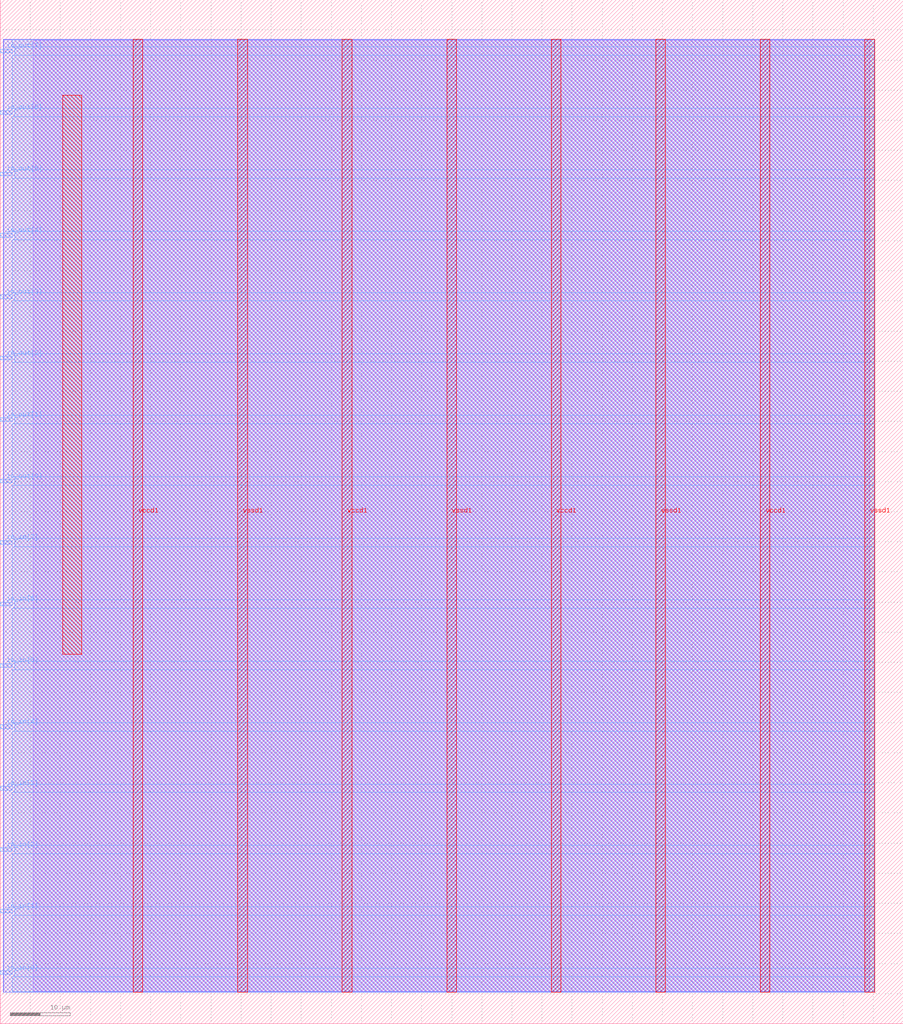
<source format=lef>
VERSION 5.7 ;
  NOWIREEXTENSIONATPIN ON ;
  DIVIDERCHAR "/" ;
  BUSBITCHARS "[]" ;
MACRO user_module_341277789473735250
  CLASS BLOCK ;
  FOREIGN user_module_341277789473735250 ;
  ORIGIN 0.000 0.000 ;
  SIZE 150.000 BY 170.000 ;
  PIN io_in[0]
    DIRECTION INPUT ;
    USE SIGNAL ;
    PORT
      LAYER met3 ;
        RECT 0.000 8.200 2.000 8.800 ;
    END
  END io_in[0]
  PIN io_in[1]
    DIRECTION INPUT ;
    USE SIGNAL ;
    PORT
      LAYER met3 ;
        RECT 0.000 18.400 2.000 19.000 ;
    END
  END io_in[1]
  PIN io_in[2]
    DIRECTION INPUT ;
    USE SIGNAL ;
    PORT
      LAYER met3 ;
        RECT 0.000 28.600 2.000 29.200 ;
    END
  END io_in[2]
  PIN io_in[3]
    DIRECTION INPUT ;
    USE SIGNAL ;
    PORT
      LAYER met3 ;
        RECT 0.000 38.800 2.000 39.400 ;
    END
  END io_in[3]
  PIN io_in[4]
    DIRECTION INPUT ;
    USE SIGNAL ;
    PORT
      LAYER met3 ;
        RECT 0.000 49.000 2.000 49.600 ;
    END
  END io_in[4]
  PIN io_in[5]
    DIRECTION INPUT ;
    USE SIGNAL ;
    PORT
      LAYER met3 ;
        RECT 0.000 59.200 2.000 59.800 ;
    END
  END io_in[5]
  PIN io_in[6]
    DIRECTION INPUT ;
    USE SIGNAL ;
    PORT
      LAYER met3 ;
        RECT 0.000 69.400 2.000 70.000 ;
    END
  END io_in[6]
  PIN io_in[7]
    DIRECTION INPUT ;
    USE SIGNAL ;
    PORT
      LAYER met3 ;
        RECT 0.000 79.600 2.000 80.200 ;
    END
  END io_in[7]
  PIN io_out[0]
    DIRECTION OUTPUT TRISTATE ;
    USE SIGNAL ;
    PORT
      LAYER met3 ;
        RECT 0.000 89.800 2.000 90.400 ;
    END
  END io_out[0]
  PIN io_out[1]
    DIRECTION OUTPUT TRISTATE ;
    USE SIGNAL ;
    PORT
      LAYER met3 ;
        RECT 0.000 100.000 2.000 100.600 ;
    END
  END io_out[1]
  PIN io_out[2]
    DIRECTION OUTPUT TRISTATE ;
    USE SIGNAL ;
    PORT
      LAYER met3 ;
        RECT 0.000 110.200 2.000 110.800 ;
    END
  END io_out[2]
  PIN io_out[3]
    DIRECTION OUTPUT TRISTATE ;
    USE SIGNAL ;
    PORT
      LAYER met3 ;
        RECT 0.000 120.400 2.000 121.000 ;
    END
  END io_out[3]
  PIN io_out[4]
    DIRECTION OUTPUT TRISTATE ;
    USE SIGNAL ;
    PORT
      LAYER met3 ;
        RECT 0.000 130.600 2.000 131.200 ;
    END
  END io_out[4]
  PIN io_out[5]
    DIRECTION OUTPUT TRISTATE ;
    USE SIGNAL ;
    PORT
      LAYER met3 ;
        RECT 0.000 140.800 2.000 141.400 ;
    END
  END io_out[5]
  PIN io_out[6]
    DIRECTION OUTPUT TRISTATE ;
    USE SIGNAL ;
    PORT
      LAYER met3 ;
        RECT 0.000 151.000 2.000 151.600 ;
    END
  END io_out[6]
  PIN io_out[7]
    DIRECTION OUTPUT TRISTATE ;
    USE SIGNAL ;
    PORT
      LAYER met3 ;
        RECT 0.000 161.200 2.000 161.800 ;
    END
  END io_out[7]
  PIN vccd1
    DIRECTION INOUT ;
    USE POWER ;
    PORT
      LAYER met4 ;
        RECT 22.085 5.200 23.685 163.440 ;
    END
    PORT
      LAYER met4 ;
        RECT 56.815 5.200 58.415 163.440 ;
    END
    PORT
      LAYER met4 ;
        RECT 91.545 5.200 93.145 163.440 ;
    END
    PORT
      LAYER met4 ;
        RECT 126.275 5.200 127.875 163.440 ;
    END
  END vccd1
  PIN vssd1
    DIRECTION INOUT ;
    USE GROUND ;
    PORT
      LAYER met4 ;
        RECT 39.450 5.200 41.050 163.440 ;
    END
    PORT
      LAYER met4 ;
        RECT 74.180 5.200 75.780 163.440 ;
    END
    PORT
      LAYER met4 ;
        RECT 108.910 5.200 110.510 163.440 ;
    END
    PORT
      LAYER met4 ;
        RECT 143.640 5.200 145.240 163.440 ;
    END
  END vssd1
  OBS
      LAYER li1 ;
        RECT 5.520 5.355 144.440 163.285 ;
      LAYER met1 ;
        RECT 0.530 5.200 145.240 163.440 ;
      LAYER met2 ;
        RECT 0.560 5.255 145.210 163.385 ;
      LAYER met3 ;
        RECT 2.000 162.200 145.230 163.365 ;
        RECT 2.400 160.800 145.230 162.200 ;
        RECT 2.000 152.000 145.230 160.800 ;
        RECT 2.400 150.600 145.230 152.000 ;
        RECT 2.000 141.800 145.230 150.600 ;
        RECT 2.400 140.400 145.230 141.800 ;
        RECT 2.000 131.600 145.230 140.400 ;
        RECT 2.400 130.200 145.230 131.600 ;
        RECT 2.000 121.400 145.230 130.200 ;
        RECT 2.400 120.000 145.230 121.400 ;
        RECT 2.000 111.200 145.230 120.000 ;
        RECT 2.400 109.800 145.230 111.200 ;
        RECT 2.000 101.000 145.230 109.800 ;
        RECT 2.400 99.600 145.230 101.000 ;
        RECT 2.000 90.800 145.230 99.600 ;
        RECT 2.400 89.400 145.230 90.800 ;
        RECT 2.000 80.600 145.230 89.400 ;
        RECT 2.400 79.200 145.230 80.600 ;
        RECT 2.000 70.400 145.230 79.200 ;
        RECT 2.400 69.000 145.230 70.400 ;
        RECT 2.000 60.200 145.230 69.000 ;
        RECT 2.400 58.800 145.230 60.200 ;
        RECT 2.000 50.000 145.230 58.800 ;
        RECT 2.400 48.600 145.230 50.000 ;
        RECT 2.000 39.800 145.230 48.600 ;
        RECT 2.400 38.400 145.230 39.800 ;
        RECT 2.000 29.600 145.230 38.400 ;
        RECT 2.400 28.200 145.230 29.600 ;
        RECT 2.000 19.400 145.230 28.200 ;
        RECT 2.400 18.000 145.230 19.400 ;
        RECT 2.000 9.200 145.230 18.000 ;
        RECT 2.400 7.800 145.230 9.200 ;
        RECT 2.000 5.275 145.230 7.800 ;
      LAYER met4 ;
        RECT 10.415 61.375 13.505 154.185 ;
  END
END user_module_341277789473735250
END LIBRARY


</source>
